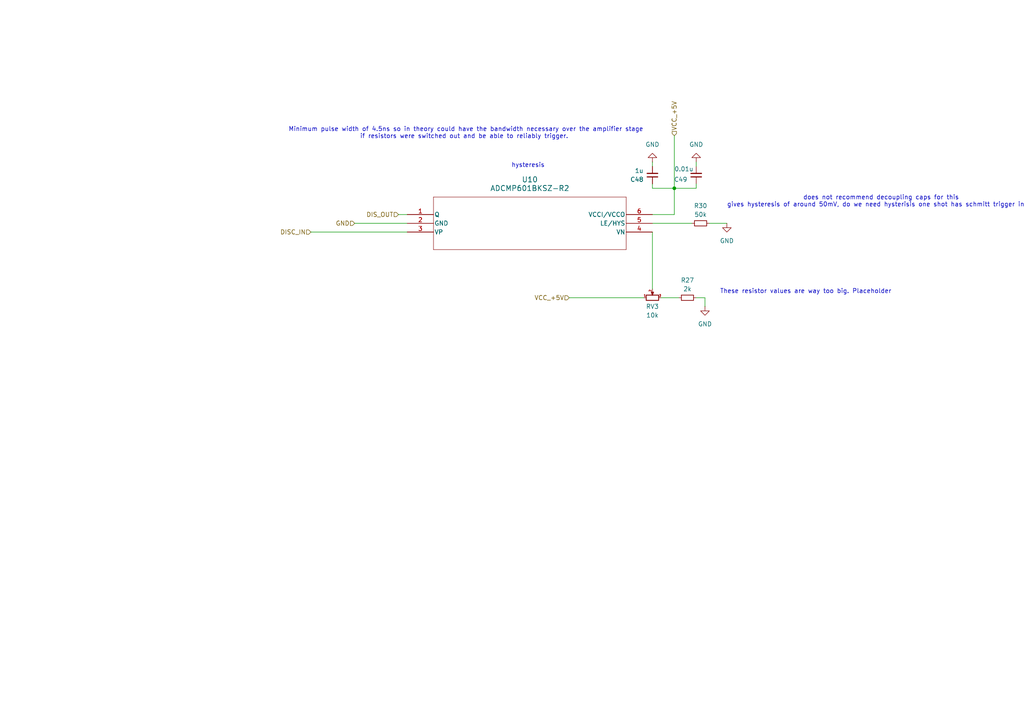
<source format=kicad_sch>
(kicad_sch (version 20231120) (generator "eeschema") (generator_version "8.0")
  (paper "A4")
  (lib_symbols
    (symbol "2025-07-22_06-41-57:ADCMP601BKSZ-R2" (pin_names (offset 0.254))
      (property "Reference" "U" (at 35.56 10.16 0))
      (property "Value" "ADCMP601BKSZ-R2" (at 35.56 7.62 0))
      (symbol "ADCMP601BKSZ-R2_0_1"
        (polyline (pts (xy 7.62 -10.16) (xy 63.5 -10.16)) (stroke (width 0.127)))
        (polyline (pts (xy 7.62 5.08) (xy 7.62 -10.16)) (stroke (width 0.127)))
        (polyline (pts (xy 63.5 -10.16) (xy 63.5 5.08)) (stroke (width 0.127)))
        (polyline (pts (xy 63.5 5.08) (xy 7.62 5.08)) (stroke (width 0.127)))
        (pin output line (at 0 0 0) (length 7.62) (name "Q") (number "1"))
        (pin power_in line (at 0 -2.54 0) (length 7.62) (name "GND") (number "2"))
        (pin input line (at 0 -5.08 0) (length 7.62) (name "VP") (number "3"))
        (pin input line (at 71.12 -5.08 180) (length 7.62) (name "VN") (number "4"))
        (pin unspecified line (at 71.12 -2.54 180) (length 7.62) (name "LE/HYS") (number "5"))
        (pin power_in line (at 71.12 0 180) (length 7.62) (name "VCCI/VCCO") (number "6"))
      )
    )
    (symbol "Device:C_Small" (pin_numbers hide) (pin_names (offset 0.254) hide)
      (property "Reference" "C" (at 0.254 1.778 0))
      (property "Value" "C_Small" (at 0.254 -2.032 0))
      (symbol "C_Small_0_1"
        (polyline (pts (xy -1.524 -0.508) (xy 1.524 -0.508)) (stroke (width 0.3302)))
        (polyline (pts (xy -1.524 0.508) (xy 1.524 0.508)) (stroke (width 0.3048)))
      )
      (symbol "C_Small_1_1"
        (pin passive line (at 0 2.54 270) (length 2.032) (name "~") (number "1"))
        (pin passive line (at 0 -2.54 90) (length 2.032) (name "~") (number "2"))
      )
    )
    (symbol "Device:R_Potentiometer_Small" (pin_names (offset 1.016) hide)
      (property "Reference" "RV" (at -4.445 0 90))
      (property "Value" "R_Potentiometer_Small" (at -2.54 0 90))
      (symbol "R_Potentiometer_Small_0_1"
        (polyline (pts (xy 0.889 0) (xy 0.635 0) (xy 1.651 0.381) (xy 1.651 -0.381) (xy 0.635 0) (xy 0.889 0)) (fill (type outline)))
        (rectangle (start 0.762 1.8034) (end -0.762 -1.8034) (stroke (width 0.254)))
      )
      (symbol "R_Potentiometer_Small_1_1"
        (pin passive line (at 0 2.54 270) (length 0.635) (name "1") (number "1"))
        (pin passive line (at 2.54 0 180) (length 0.9906) (name "2") (number "2"))
        (pin passive line (at 0 -2.54 90) (length 0.635) (name "3") (number "3"))
      )
    )
    (symbol "Device:R_Small" (pin_numbers hide) (pin_names (offset 0.254) hide)
      (property "Reference" "R" (at 0.762 0.508 0))
      (property "Value" "R_Small" (at 0.762 -1.016 0))
      (symbol "R_Small_0_1"
        (rectangle (start -0.762 1.778) (end 0.762 -1.778) (stroke (width 0.2032)))
      )
      (symbol "R_Small_1_1"
        (pin passive line (at 0 2.54 270) (length 0.762) (name "~") (number "1"))
        (pin passive line (at 0 -2.54 90) (length 0.762) (name "~") (number "2"))
      )
    )
    (symbol "power:GND" (power) (pin_numbers hide) (pin_names (offset 0) hide)
      (property "Value" "GND" (at 0 -3.81 0))
      (symbol "GND_0_1"
        (polyline (pts (xy 0 0) (xy 0 -1.27) (xy 1.27 -1.27) (xy 0 -2.54) (xy -1.27 -1.27) (xy 0 -1.27)))
      )
      (symbol "GND_1_1"
        (pin power_in line (at 0 0 270) (length 0) (name "~") (number "1"))
      )
    )
  )
  (junction (at 195.58 54.61))
  (wire (pts (xy 165.1 86.36) (xy 186.69 86.36)))
  (wire (pts (xy 201.93 46.99) (xy 201.93 48.26)))
  (wire (pts (xy 205.74 64.77) (xy 210.82 64.77)))
  (wire (pts (xy 201.93 86.36) (xy 204.47 86.36)))
  (wire (pts (xy 189.23 54.61) (xy 189.23 53.34)))
  (wire (pts (xy 189.23 64.77) (xy 200.66 64.77)))
  (wire (pts (xy 90.17 67.31) (xy 118.11 67.31)))
  (wire (pts (xy 204.47 88.9) (xy 204.47 86.36)))
  (wire (pts (xy 191.77 86.36) (xy 196.85 86.36)))
  (wire (pts (xy 189.23 62.23) (xy 195.58 62.23)))
  (wire (pts (xy 189.23 67.31) (xy 189.23 83.82)))
  (wire (pts (xy 201.93 53.34) (xy 201.93 54.61)))
  (wire (pts (xy 201.93 54.61) (xy 195.58 54.61)))
  (wire (pts (xy 102.87 64.77) (xy 118.11 64.77)))
  (wire (pts (xy 195.58 54.61) (xy 195.58 62.23)))
  (wire (pts (xy 115.57 62.23) (xy 118.11 62.23)))
  (wire (pts (xy 189.23 46.99) (xy 189.23 48.26)))
  (wire (pts (xy 195.58 39.37) (xy 195.58 54.61)))
  (wire (pts (xy 195.58 54.61) (xy 189.23 54.61)))
  (text "Minimum pulse width of 4.5ns so in theory could have the bandwidth necessary over the amplifier stage\nif resistors were switched out and be able to reliably trigger. " (at 135.128 38.608 0) (effects (font (size 1.27 1.27))))
  (text "does not recommend decoupling caps for this \ngives hysteresis of around 50mV, do we need hysterisis one shot has schmitt trigger inputs" (at 256.032 58.42 0) (effects (font (size 1.27 1.27))))
  (text "These resistor values are way too big. Placeholder " (at 234.188 84.582 0) (effects (font (size 1.27 1.27))))
  (text "hysteresis\n" (at 153.162 48.006 0) (effects (font (size 1.27 1.27))))
  (hierarchical_label "DISC_IN" (shape input) (at 90.17 67.31 180))
  (hierarchical_label "GND" (shape input) (at 102.87 64.77 180))
  (hierarchical_label "VCC_+5V" (shape input) (at 165.1 86.36 180))
  (hierarchical_label "VCC_+5V" (shape input) (at 195.58 39.37 90))
  (hierarchical_label "DIS_OUT" (shape input) (at 115.57 62.23 180))
  (symbol (lib_id "Device:R_Small") (at 203.2 64.77 270) (unit 1)
    (property "Reference" "R14" (at 203.2 59.69 90))
    (property "Value" "50k" (at 203.2 62.23 90))
    (property "Footprint" "Resistor_SMD:R_0805_2012Metric" (effects (hide yes)))
    (property "Description" "Resistor, small symbol" (effects (hide yes)))
    (instances (project "bellamu" (path "" (reference "R30") (unit 1)) (path "" (reference "R14") (unit 1))))
  )
  (symbol (lib_id "2025-07-22_06-41-57:ADCMP601BKSZ-R2") (at 118.11 62.23 0) (unit 1)
    (property "Reference" "U10" (at 153.67 52.07 0) (effects (font (size 1.524 1.524))))
    (property "Value" "ADCMP601BKSZ-R2" (at 153.67 54.61 0) (effects (font (size 1.524 1.524))))
    (property "Footprint" "adcmp601:KS_6_ADI-M" (effects (hide yes)))
    (property "Datasheet" "https://www.analog.com/media/en/technical-documentation/data-sheets/ADCMP600_601_602.pdf" (effects (hide yes)))
    (instances (project "bellamu" (path "" (reference "U10") (unit 1)) (path "" (reference "U12") (unit 1))))
  )
  (symbol (lib_id "power:GND") (at 189.23 46.99 180) (unit 1)
    (property "Reference" "#PWR052" (effects (hide yes)))
    (property "Value" "GND" (at 189.23 41.91 0))
    (property "Description" "Power symbol creates a global label with name \"GND\" , ground" (effects (hide yes)))
    (instances (project "bellamu" (path "" (reference "#PWR081") (unit 1)) (path "" (reference "#PWR052") (unit 1))))
  )
  (symbol (lib_id "power:GND") (at 201.93 46.99 180) (unit 1)
    (property "Reference" "#PWR050" (effects (hide yes)))
    (property "Value" "GND" (at 201.93 41.91 0))
    (property "Description" "Power symbol creates a global label with name \"GND\" , ground" (effects (hide yes)))
    (instances (project "bellamu" (path "" (reference "#PWR082") (unit 1)) (path "" (reference "#PWR050") (unit 1))))
  )
  (symbol (lib_id "power:GND") (at 210.82 64.77 0) (unit 1)
    (property "Reference" "#PWR092" (effects (hide yes)))
    (property "Value" "GND" (at 210.82 69.85 0))
    (property "Description" "Power symbol creates a global label with name \"GND\" , ground" (effects (hide yes)))
    (instances (project "bellamu" (path "" (reference "#PWR092") (unit 1)) (path "" (reference "#PWR093") (unit 1))))
  )
  (symbol (lib_id "Device:C_Small") (at 189.23 50.8 180) (unit 1)
    (property "Reference" "C19" (at 186.69 52.0638 0) (effects (justify left)))
    (property "Value" "1u" (at 186.69 49.5238 0) (effects (justify left)))
    (property "Footprint" "Capacitor_SMD:C_0603_1608Metric" (effects (hide yes)))
    (property "Description" "Unpolarized capacitor, small symbol" (effects (hide yes)))
    (instances (project "bellamu" (path "" (reference "C48") (unit 1)) (path "" (reference "C19") (unit 1))))
  )
  (symbol (lib_id "Device:C_Small") (at 201.93 50.8 180) (unit 1)
    (property "Reference" "C18" (at 199.39 52.0638 0) (effects (justify left)))
    (property "Value" "0.01u" (at 201.168 49.022 0) (effects (justify left)))
    (property "Footprint" "Capacitor_SMD:C_0603_1608Metric" (effects (hide yes)))
    (property "Description" "Unpolarized capacitor, small symbol" (effects (hide yes)))
    (instances (project "bellamu" (path "" (reference "C49") (unit 1)) (path "" (reference "C18") (unit 1))))
  )
  (symbol (lib_id "power:GND") (at 204.47 88.9 0) (unit 1)
    (property "Reference" "#PWR021" (effects (hide yes)))
    (property "Value" "GND" (at 204.47 93.98 0))
    (property "Description" "Power symbol creates a global label with name \"GND\" , ground" (effects (hide yes)))
    (instances (project "bellamu" (path "" (reference "#PWR083") (unit 1)) (path "" (reference "#PWR021") (unit 1))))
  )
  (symbol (lib_id "Device:R_Small") (at 199.39 86.36 90) (unit 1)
    (property "Reference" "R27" (at 199.39 81.28 90))
    (property "Value" "2k" (at 199.39 83.82 90))
    (property "Footprint" "Resistor_SMD:R_0805_2012Metric" (effects (hide yes)))
    (property "Description" "Resistor, small symbol" (effects (hide yes)))
    (instances (project "bellamu" (path "" (reference "R27") (unit 1)) (path "" (reference "R31") (unit 1))))
  )
  (symbol (lib_id "Device:R_Potentiometer_Small") (at 189.23 86.36 90) (unit 1)
    (property "Reference" "RV3" (at 189.23 88.9 90))
    (property "Value" "10k" (at 189.23 91.44 90))
    (property "Footprint" "Potentiometer_THT:Potentiometer_Bourns_3266W_Vertical" (effects (hide yes)))
    (property "Description" "Potentiometer" (effects (hide yes)))
    (instances (project "bellamu" (path "" (reference "RV3") (unit 1)) (path "" (reference "RV4") (unit 1))))
  )
)
</source>
